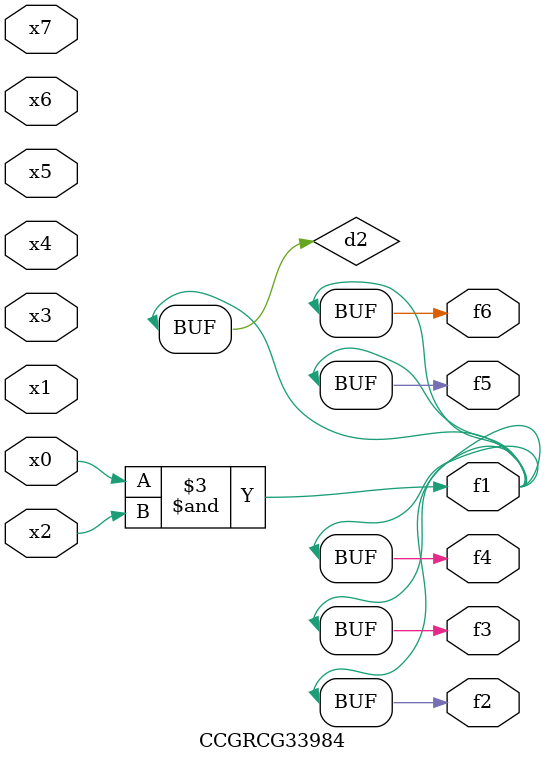
<source format=v>
module CCGRCG33984(
	input x0, x1, x2, x3, x4, x5, x6, x7,
	output f1, f2, f3, f4, f5, f6
);

	wire d1, d2;

	nor (d1, x3, x6);
	and (d2, x0, x2);
	assign f1 = d2;
	assign f2 = d2;
	assign f3 = d2;
	assign f4 = d2;
	assign f5 = d2;
	assign f6 = d2;
endmodule

</source>
